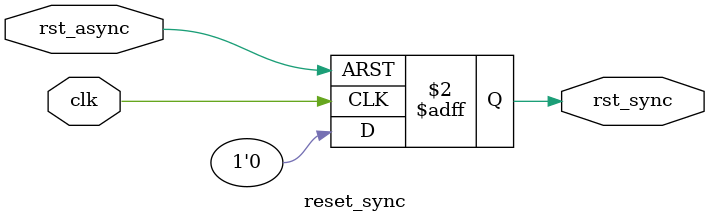
<source format=v>
`timescale 1ns / 1ps


module reset_sync(
    input clk,
    input rst_async,
    output reg  rst_sync
    );
    always @(posedge clk or posedge rst_async) 
        begin
            if (rst_async)
                rst_sync <= 1'b1;
            else
                rst_sync <= 1'b0;
        end
endmodule

</source>
